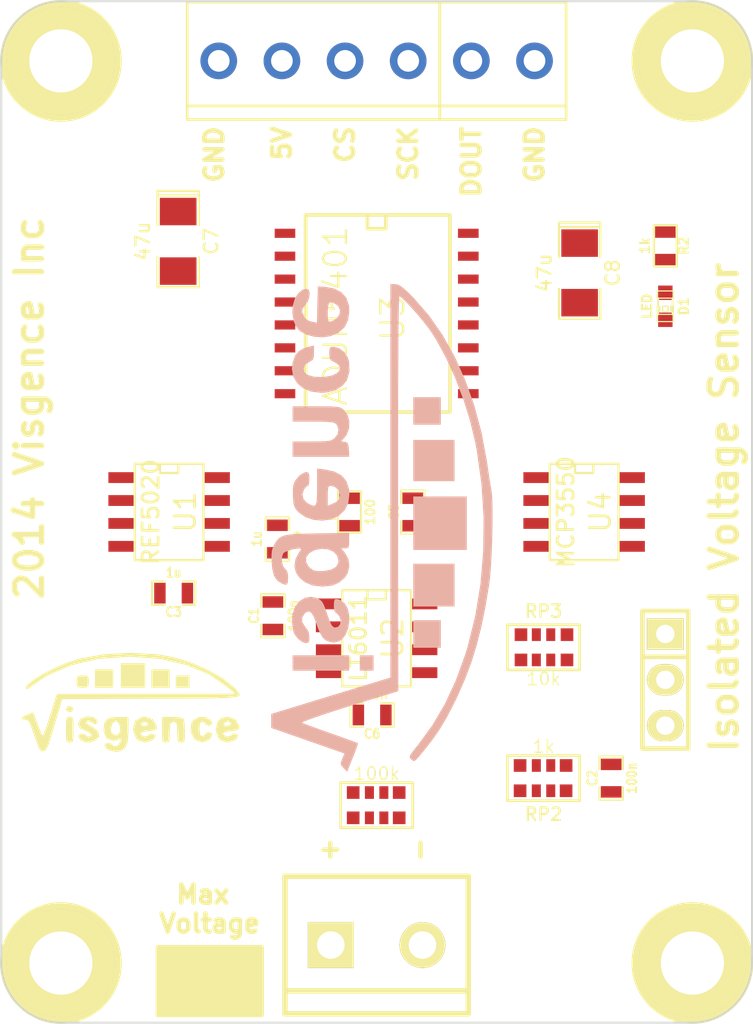
<source format=kicad_pcb>
(kicad_pcb (version 4) (host pcbnew "(2014-08-02 BZR 5044)-product")

  (general
    (links 57)
    (no_connects 57)
    (area 46.649999 46.649999 88.350001 103.350001)
    (thickness 1.6)
    (drawings 19)
    (tracks 0)
    (zones 0)
    (modules 28)
    (nets 41)
  )

  (page USLetter)
  (layers
    (0 F.Cu signal)
    (31 B.Cu signal)
    (32 B.Adhes user)
    (33 F.Adhes user)
    (34 B.Paste user)
    (35 F.Paste user)
    (36 B.SilkS user)
    (37 F.SilkS user)
    (38 B.Mask user)
    (39 F.Mask user)
    (40 Dwgs.User user)
    (41 Cmts.User user)
    (42 Eco1.User user)
    (43 Eco2.User user)
    (44 Edge.Cuts user)
    (45 Margin user)
    (46 B.CrtYd user)
    (47 F.CrtYd user)
    (48 B.Fab user)
    (49 F.Fab user)
  )

  (setup
    (last_trace_width 0.4572)
    (trace_clearance 0.254)
    (zone_clearance 0.508)
    (zone_45_only no)
    (trace_min 0.254)
    (segment_width 0.2)
    (edge_width 0.1)
    (via_size 0.889)
    (via_drill 0.635)
    (via_min_size 0.889)
    (via_min_drill 0.508)
    (uvia_size 0.508)
    (uvia_drill 0.127)
    (uvias_allowed no)
    (uvia_min_size 0.508)
    (uvia_min_drill 0.127)
    (pcb_text_width 0.3)
    (pcb_text_size 1.5 1.5)
    (mod_edge_width 0.15)
    (mod_text_size 1 1)
    (mod_text_width 0.15)
    (pad_size 1.5 1.5)
    (pad_drill 0.6)
    (pad_to_mask_clearance 0)
    (aux_axis_origin 0 0)
    (visible_elements 7FFFFF7F)
    (pcbplotparams
      (layerselection 0x00030_80000001)
      (usegerberextensions false)
      (excludeedgelayer true)
      (linewidth 0.100000)
      (plotframeref false)
      (viasonmask false)
      (mode 1)
      (useauxorigin false)
      (hpglpennumber 1)
      (hpglpenspeed 20)
      (hpglpendiameter 15)
      (hpglpenoverlay 2)
      (psnegative false)
      (psa4output false)
      (plotreference true)
      (plotvalue true)
      (plotinvisibletext false)
      (padsonsilk false)
      (subtractmaskfromsilk false)
      (outputformat 1)
      (mirror false)
      (drillshape 1)
      (scaleselection 1)
      (outputdirectory ""))
  )

  (net 0 "")
  (net 1 "Net-(C1-Pad1)")
  (net 2 "Net-(C1-Pad2)")
  (net 3 "Net-(C2-Pad1)")
  (net 4 /vhalf)
  (net 5 "Net-(C3-Pad1)")
  (net 6 GND)
  (net 7 /Vref)
  (net 8 /Vout)
  (net 9 "Net-(C6-Pad1)")
  (net 10 "Net-(D1-Pad1)")
  (net 11 "Net-(P1-Pad1)")
  (net 12 "Net-(P1-Pad2)")
  (net 13 VIN)
  (net 14 "Net-(P2-Pad3)")
  (net 15 GNDIN)
  (net 16 "Net-(P2-Pad4)")
  (net 17 "Net-(P3-Pad1)")
  (net 18 +5V)
  (net 19 "Net-(RP1-Pad2)")
  (net 20 "Net-(RP1-Pad4)")
  (net 21 "Net-(RP1-Pad5)")
  (net 22 "Net-(RP1-Pad7)")
  (net 23 "Net-(RP2-Pad2)")
  (net 24 "Net-(RP2-Pad4)")
  (net 25 "Net-(RP2-Pad5)")
  (net 26 "Net-(RP2-Pad7)")
  (net 27 "Net-(RP3-Pad3)")
  (net 28 "Net-(RP3-Pad4)")
  (net 29 "Net-(RP3-Pad5)")
  (net 30 "Net-(RP3-Pad6)")
  (net 31 "Net-(U1-Pad8)")
  (net 32 "Net-(U1-Pad1)")
  (net 33 "Net-(U1-Pad7)")
  (net 34 "Net-(U1-Pad3)")
  (net 35 "Net-(U3-Pad5)")
  (net 36 "Net-(U3-Pad7)")
  (net 37 DOUT)
  (net 38 "Net-(U3-Pad12)")
  (net 39 SCK)
  (net 40 CS)

  (net_class Default "This is the default net class."
    (clearance 0.254)
    (trace_width 0.4572)
    (via_dia 0.889)
    (via_drill 0.635)
    (uvia_dia 0.508)
    (uvia_drill 0.127)
    (add_net +5V)
    (add_net /Vout)
    (add_net /Vref)
    (add_net /vhalf)
    (add_net CS)
    (add_net DOUT)
    (add_net GND)
    (add_net GNDIN)
    (add_net "Net-(C1-Pad1)")
    (add_net "Net-(C1-Pad2)")
    (add_net "Net-(C2-Pad1)")
    (add_net "Net-(C3-Pad1)")
    (add_net "Net-(C6-Pad1)")
    (add_net "Net-(D1-Pad1)")
    (add_net "Net-(P1-Pad1)")
    (add_net "Net-(P1-Pad2)")
    (add_net "Net-(P2-Pad3)")
    (add_net "Net-(P2-Pad4)")
    (add_net "Net-(P3-Pad1)")
    (add_net "Net-(RP1-Pad2)")
    (add_net "Net-(RP1-Pad4)")
    (add_net "Net-(RP1-Pad5)")
    (add_net "Net-(RP1-Pad7)")
    (add_net "Net-(RP2-Pad2)")
    (add_net "Net-(RP2-Pad4)")
    (add_net "Net-(RP2-Pad5)")
    (add_net "Net-(RP2-Pad7)")
    (add_net "Net-(RP3-Pad3)")
    (add_net "Net-(RP3-Pad4)")
    (add_net "Net-(RP3-Pad5)")
    (add_net "Net-(RP3-Pad6)")
    (add_net "Net-(U1-Pad1)")
    (add_net "Net-(U1-Pad3)")
    (add_net "Net-(U1-Pad7)")
    (add_net "Net-(U1-Pad8)")
    (add_net "Net-(U3-Pad12)")
    (add_net "Net-(U3-Pad5)")
    (add_net "Net-(U3-Pad7)")
    (add_net SCK)
    (add_net VIN)
  )

  (module visgence_parts:SM0603_Capa_VIS (layer F.Cu) (tedit 52A163D0) (tstamp 53EC30AE)
    (at 61.75 80.75 90)
    (path /53EAE41B)
    (attr smd)
    (fp_text reference C1 (at 0 -1.0414 90) (layer F.SilkS)
      (effects (font (size 0.508 0.4572) (thickness 0.1143)))
    )
    (fp_text value 100n (at 0 1.143 90) (layer F.SilkS)
      (effects (font (size 0.508 0.4572) (thickness 0.1143)))
    )
    (fp_line (start 0.50038 0.65024) (end 1.19888 0.65024) (layer F.SilkS) (width 0.11938))
    (fp_line (start -0.50038 0.65024) (end -1.19888 0.65024) (layer F.SilkS) (width 0.11938))
    (fp_line (start 0.50038 -0.65024) (end 1.19888 -0.65024) (layer F.SilkS) (width 0.11938))
    (fp_line (start -1.19888 -0.65024) (end -0.50038 -0.65024) (layer F.SilkS) (width 0.11938))
    (fp_line (start 1.19888 -0.635) (end 1.19888 0.635) (layer F.SilkS) (width 0.11938))
    (fp_line (start -1.19888 0.635) (end -1.19888 -0.635) (layer F.SilkS) (width 0.11938))
    (pad 1 smd rect (at -0.762 0 90) (size 0.635 1.143) (layers F.Cu F.Paste F.Mask)
      (net 1 "Net-(C1-Pad1)"))
    (pad 2 smd rect (at 0.762 0 90) (size 0.635 1.143) (layers F.Cu F.Paste F.Mask)
      (net 2 "Net-(C1-Pad2)"))
    (model smd\capacitors\C0603.wrl
      (at (xyz 0 0 0.001000000047497451))
      (scale (xyz 0.5 0.5 0.5))
      (rotate (xyz 0 0 0))
    )
  )

  (module visgence_parts:SM0603_Capa_VIS (layer F.Cu) (tedit 52A163D0) (tstamp 53EC30BA)
    (at 80.5 89.75 90)
    (path /53EAE422)
    (attr smd)
    (fp_text reference C2 (at 0 -1.0414 90) (layer F.SilkS)
      (effects (font (size 0.508 0.4572) (thickness 0.1143)))
    )
    (fp_text value 100n (at 0 1.143 90) (layer F.SilkS)
      (effects (font (size 0.508 0.4572) (thickness 0.1143)))
    )
    (fp_line (start 0.50038 0.65024) (end 1.19888 0.65024) (layer F.SilkS) (width 0.11938))
    (fp_line (start -0.50038 0.65024) (end -1.19888 0.65024) (layer F.SilkS) (width 0.11938))
    (fp_line (start 0.50038 -0.65024) (end 1.19888 -0.65024) (layer F.SilkS) (width 0.11938))
    (fp_line (start -1.19888 -0.65024) (end -0.50038 -0.65024) (layer F.SilkS) (width 0.11938))
    (fp_line (start 1.19888 -0.635) (end 1.19888 0.635) (layer F.SilkS) (width 0.11938))
    (fp_line (start -1.19888 0.635) (end -1.19888 -0.635) (layer F.SilkS) (width 0.11938))
    (pad 1 smd rect (at -0.762 0 90) (size 0.635 1.143) (layers F.Cu F.Paste F.Mask)
      (net 3 "Net-(C2-Pad1)"))
    (pad 2 smd rect (at 0.762 0 90) (size 0.635 1.143) (layers F.Cu F.Paste F.Mask)
      (net 4 /vhalf))
    (model smd\capacitors\C0603.wrl
      (at (xyz 0 0 0.001000000047497451))
      (scale (xyz 0.5 0.5 0.5))
      (rotate (xyz 0 0 0))
    )
  )

  (module visgence_parts:SM0603_Capa_VIS (layer F.Cu) (tedit 52A163D0) (tstamp 53EC30C6)
    (at 56.25 79.5 180)
    (path /53EAE4B6)
    (attr smd)
    (fp_text reference C3 (at 0 -1.0414 180) (layer F.SilkS)
      (effects (font (size 0.508 0.4572) (thickness 0.1143)))
    )
    (fp_text value 1u (at 0 1.143 180) (layer F.SilkS)
      (effects (font (size 0.508 0.4572) (thickness 0.1143)))
    )
    (fp_line (start 0.50038 0.65024) (end 1.19888 0.65024) (layer F.SilkS) (width 0.11938))
    (fp_line (start -0.50038 0.65024) (end -1.19888 0.65024) (layer F.SilkS) (width 0.11938))
    (fp_line (start 0.50038 -0.65024) (end 1.19888 -0.65024) (layer F.SilkS) (width 0.11938))
    (fp_line (start -1.19888 -0.65024) (end -0.50038 -0.65024) (layer F.SilkS) (width 0.11938))
    (fp_line (start 1.19888 -0.635) (end 1.19888 0.635) (layer F.SilkS) (width 0.11938))
    (fp_line (start -1.19888 0.635) (end -1.19888 -0.635) (layer F.SilkS) (width 0.11938))
    (pad 1 smd rect (at -0.762 0 180) (size 0.635 1.143) (layers F.Cu F.Paste F.Mask)
      (net 5 "Net-(C3-Pad1)"))
    (pad 2 smd rect (at 0.762 0 180) (size 0.635 1.143) (layers F.Cu F.Paste F.Mask)
      (net 6 GND))
    (model smd\capacitors\C0603.wrl
      (at (xyz 0 0 0.001000000047497451))
      (scale (xyz 0.5 0.5 0.5))
      (rotate (xyz 0 0 0))
    )
  )

  (module visgence_parts:SM0603_Capa_VIS (layer F.Cu) (tedit 52A163D0) (tstamp 53EC30D2)
    (at 62 76.5 270)
    (path /53EAE3EF)
    (attr smd)
    (fp_text reference C4 (at 0 -1.0414 270) (layer F.SilkS)
      (effects (font (size 0.508 0.4572) (thickness 0.1143)))
    )
    (fp_text value 1u (at 0 1.143 270) (layer F.SilkS)
      (effects (font (size 0.508 0.4572) (thickness 0.1143)))
    )
    (fp_line (start 0.50038 0.65024) (end 1.19888 0.65024) (layer F.SilkS) (width 0.11938))
    (fp_line (start -0.50038 0.65024) (end -1.19888 0.65024) (layer F.SilkS) (width 0.11938))
    (fp_line (start 0.50038 -0.65024) (end 1.19888 -0.65024) (layer F.SilkS) (width 0.11938))
    (fp_line (start -1.19888 -0.65024) (end -0.50038 -0.65024) (layer F.SilkS) (width 0.11938))
    (fp_line (start 1.19888 -0.635) (end 1.19888 0.635) (layer F.SilkS) (width 0.11938))
    (fp_line (start -1.19888 0.635) (end -1.19888 -0.635) (layer F.SilkS) (width 0.11938))
    (pad 1 smd rect (at -0.762 0 270) (size 0.635 1.143) (layers F.Cu F.Paste F.Mask)
      (net 7 /Vref))
    (pad 2 smd rect (at 0.762 0 270) (size 0.635 1.143) (layers F.Cu F.Paste F.Mask)
      (net 6 GND))
    (model smd\capacitors\C0603.wrl
      (at (xyz 0 0 0.001000000047497451))
      (scale (xyz 0.5 0.5 0.5))
      (rotate (xyz 0 0 0))
    )
  )

  (module visgence_parts:SM0603_Capa_VIS (layer F.Cu) (tedit 52A163D0) (tstamp 53EC30DE)
    (at 69.5 75 90)
    (path /53EAE45D)
    (attr smd)
    (fp_text reference C5 (at 0 -1.0414 90) (layer F.SilkS)
      (effects (font (size 0.508 0.4572) (thickness 0.1143)))
    )
    (fp_text value 100n (at 0 1.143 90) (layer F.SilkS)
      (effects (font (size 0.508 0.4572) (thickness 0.1143)))
    )
    (fp_line (start 0.50038 0.65024) (end 1.19888 0.65024) (layer F.SilkS) (width 0.11938))
    (fp_line (start -0.50038 0.65024) (end -1.19888 0.65024) (layer F.SilkS) (width 0.11938))
    (fp_line (start 0.50038 -0.65024) (end 1.19888 -0.65024) (layer F.SilkS) (width 0.11938))
    (fp_line (start -1.19888 -0.65024) (end -0.50038 -0.65024) (layer F.SilkS) (width 0.11938))
    (fp_line (start 1.19888 -0.635) (end 1.19888 0.635) (layer F.SilkS) (width 0.11938))
    (fp_line (start -1.19888 0.635) (end -1.19888 -0.635) (layer F.SilkS) (width 0.11938))
    (pad 1 smd rect (at -0.762 0 90) (size 0.635 1.143) (layers F.Cu F.Paste F.Mask)
      (net 6 GND))
    (pad 2 smd rect (at 0.762 0 90) (size 0.635 1.143) (layers F.Cu F.Paste F.Mask)
      (net 8 /Vout))
    (model smd\capacitors\C0603.wrl
      (at (xyz 0 0 0.001000000047497451))
      (scale (xyz 0.5 0.5 0.5))
      (rotate (xyz 0 0 0))
    )
  )

  (module visgence_parts:SM0603_Capa_VIS (layer F.Cu) (tedit 52A163D0) (tstamp 53EC30EA)
    (at 67.25 86.25 180)
    (path /53EAE401)
    (attr smd)
    (fp_text reference C6 (at 0 -1.0414 180) (layer F.SilkS)
      (effects (font (size 0.508 0.4572) (thickness 0.1143)))
    )
    (fp_text value 100n (at 0 1.143 180) (layer F.SilkS)
      (effects (font (size 0.508 0.4572) (thickness 0.1143)))
    )
    (fp_line (start 0.50038 0.65024) (end 1.19888 0.65024) (layer F.SilkS) (width 0.11938))
    (fp_line (start -0.50038 0.65024) (end -1.19888 0.65024) (layer F.SilkS) (width 0.11938))
    (fp_line (start 0.50038 -0.65024) (end 1.19888 -0.65024) (layer F.SilkS) (width 0.11938))
    (fp_line (start -1.19888 -0.65024) (end -0.50038 -0.65024) (layer F.SilkS) (width 0.11938))
    (fp_line (start 1.19888 -0.635) (end 1.19888 0.635) (layer F.SilkS) (width 0.11938))
    (fp_line (start -1.19888 0.635) (end -1.19888 -0.635) (layer F.SilkS) (width 0.11938))
    (pad 1 smd rect (at -0.762 0 180) (size 0.635 1.143) (layers F.Cu F.Paste F.Mask)
      (net 9 "Net-(C6-Pad1)"))
    (pad 2 smd rect (at 0.762 0 180) (size 0.635 1.143) (layers F.Cu F.Paste F.Mask)
      (net 6 GND))
    (model smd\capacitors\C0603.wrl
      (at (xyz 0 0 0.001000000047497451))
      (scale (xyz 0.5 0.5 0.5))
      (rotate (xyz 0 0 0))
    )
  )

  (module LEDs:LED-0603 (layer F.Cu) (tedit 53EC2FE9) (tstamp 53EC3106)
    (at 83.5 63.6 270)
    (descr "LED 0603 smd package")
    (tags "LED led 0603 SMD smd SMT smt smdled SMDLED smtled SMTLED")
    (path /53EAE46F)
    (attr smd)
    (fp_text reference D1 (at 0 -1.016 270) (layer F.SilkS)
      (effects (font (size 0.508 0.508) (thickness 0.127)))
    )
    (fp_text value LED (at 0 1.016 270) (layer F.SilkS)
      (effects (font (size 0.508 0.508) (thickness 0.127)))
    )
    (fp_line (start 0.44958 -0.44958) (end 0.44958 0.44958) (layer F.SilkS) (width 0.06604))
    (fp_line (start 0.44958 0.44958) (end 0.84836 0.44958) (layer F.SilkS) (width 0.06604))
    (fp_line (start 0.84836 -0.44958) (end 0.84836 0.44958) (layer F.SilkS) (width 0.06604))
    (fp_line (start 0.44958 -0.44958) (end 0.84836 -0.44958) (layer F.SilkS) (width 0.06604))
    (fp_line (start -0.84836 -0.44958) (end -0.84836 0.44958) (layer F.SilkS) (width 0.06604))
    (fp_line (start -0.84836 0.44958) (end -0.44958 0.44958) (layer F.SilkS) (width 0.06604))
    (fp_line (start -0.44958 -0.44958) (end -0.44958 0.44958) (layer F.SilkS) (width 0.06604))
    (fp_line (start -0.84836 -0.44958) (end -0.44958 -0.44958) (layer F.SilkS) (width 0.06604))
    (fp_line (start 0 -0.44958) (end 0 -0.29972) (layer F.SilkS) (width 0.06604))
    (fp_line (start 0 -0.29972) (end 0.29972 -0.29972) (layer F.SilkS) (width 0.06604))
    (fp_line (start 0.29972 -0.44958) (end 0.29972 -0.29972) (layer F.SilkS) (width 0.06604))
    (fp_line (start 0 -0.44958) (end 0.29972 -0.44958) (layer F.SilkS) (width 0.06604))
    (fp_line (start 0 0.29972) (end 0 0.44958) (layer F.SilkS) (width 0.06604))
    (fp_line (start 0 0.44958) (end 0.29972 0.44958) (layer F.SilkS) (width 0.06604))
    (fp_line (start 0.29972 0.29972) (end 0.29972 0.44958) (layer F.SilkS) (width 0.06604))
    (fp_line (start 0 0.29972) (end 0.29972 0.29972) (layer F.SilkS) (width 0.06604))
    (fp_line (start 0 -0.14986) (end 0 0.14986) (layer F.SilkS) (width 0.06604))
    (fp_line (start 0 0.14986) (end 0.29972 0.14986) (layer F.SilkS) (width 0.06604))
    (fp_line (start 0.29972 -0.14986) (end 0.29972 0.14986) (layer F.SilkS) (width 0.06604))
    (fp_line (start 0 -0.14986) (end 0.29972 -0.14986) (layer F.SilkS) (width 0.06604))
    (fp_line (start 0.44958 -0.39878) (end -0.44958 -0.39878) (layer F.SilkS) (width 0.1016))
    (fp_line (start 0.44958 0.39878) (end -0.44958 0.39878) (layer F.SilkS) (width 0.1016))
    (pad 1 smd rect (at -0.7493 0 270) (size 0.79756 0.79756) (layers F.Cu F.Paste F.Mask)
      (net 10 "Net-(D1-Pad1)"))
    (pad 2 smd rect (at 0.7493 0 270) (size 0.79756 0.79756) (layers F.Cu F.Paste F.Mask)
      (net 6 GND))
  )

  (module Pin_Headers:Pin_Header_Straight_1x03 (layer F.Cu) (tedit 53EC4053) (tstamp 53EC3114)
    (at 83.5 84.3 270)
    (descr "1 pin")
    (tags "CONN DEV")
    (path /53EAE47F)
    (fp_text reference K1 (at 0 -2.286 270) (layer F.SilkS) hide
      (effects (font (size 1.27 1.27) (thickness 0.2032)))
    )
    (fp_text value REF (at 0 0 270) (layer F.SilkS) hide
      (effects (font (size 1.27 1.27) (thickness 0.2032)))
    )
    (fp_line (start -1.27 1.27) (end 3.81 1.27) (layer F.SilkS) (width 0.254))
    (fp_line (start 3.81 1.27) (end 3.81 -1.27) (layer F.SilkS) (width 0.254))
    (fp_line (start 3.81 -1.27) (end -1.27 -1.27) (layer F.SilkS) (width 0.254))
    (fp_line (start -3.81 -1.27) (end -1.27 -1.27) (layer F.SilkS) (width 0.254))
    (fp_line (start -1.27 -1.27) (end -1.27 1.27) (layer F.SilkS) (width 0.254))
    (fp_line (start -3.81 -1.27) (end -3.81 1.27) (layer F.SilkS) (width 0.254))
    (fp_line (start -3.81 1.27) (end -1.27 1.27) (layer F.SilkS) (width 0.254))
    (pad 1 thru_hole rect (at -2.54 0 270) (size 1.7272 2.032) (drill 1.016) (layers *.Cu *.Mask F.SilkS)
      (net 4 /vhalf))
    (pad 2 thru_hole oval (at 0 0 270) (size 1.7272 2.032) (drill 1.016) (layers *.Cu *.Mask F.SilkS)
      (net 7 /Vref))
    (pad 3 thru_hole oval (at 2.54 0 270) (size 1.7272 2.032) (drill 1.016) (layers *.Cu *.Mask F.SilkS)
      (net 6 GND))
    (model Pin_Headers/Pin_Header_Straight_1x03.wrl
      (at (xyz 0 0 0))
      (scale (xyz 1 1 1))
      (rotate (xyz 0 0 0))
    )
  )

  (module Connect:bornier2 (layer F.Cu) (tedit 53EC3DF0) (tstamp 53EC311F)
    (at 67.5 99)
    (descr "Bornier d'alimentation 2 pins")
    (tags DEV)
    (path /53EAE467)
    (fp_text reference P1 (at 0 -5.08) (layer F.SilkS) hide
      (effects (font (thickness 0.3048)))
    )
    (fp_text value Input (at 0 5.08) (layer F.SilkS) hide
      (effects (font (thickness 0.3048)))
    )
    (fp_line (start 5.08 2.54) (end -5.08 2.54) (layer F.SilkS) (width 0.3048))
    (fp_line (start 5.08 3.81) (end 5.08 -3.81) (layer F.SilkS) (width 0.3048))
    (fp_line (start 5.08 -3.81) (end -5.08 -3.81) (layer F.SilkS) (width 0.3048))
    (fp_line (start -5.08 -3.81) (end -5.08 3.81) (layer F.SilkS) (width 0.3048))
    (fp_line (start -5.08 3.81) (end 5.08 3.81) (layer F.SilkS) (width 0.3048))
    (pad 1 thru_hole rect (at -2.54 0) (size 2.54 2.54) (drill 1.524) (layers *.Cu *.Mask F.SilkS)
      (net 11 "Net-(P1-Pad1)"))
    (pad 2 thru_hole circle (at 2.54 0) (size 2.54 2.54) (drill 1.524) (layers *.Cu *.Mask F.SilkS)
      (net 12 "Net-(P1-Pad2)"))
    (model Device/bornier_2.wrl
      (at (xyz 0 0 0))
      (scale (xyz 1 1 1))
      (rotate (xyz 0 0 0))
    )
  )

  (module visgence_parts:Term3.5-4 (layer F.Cu) (tedit 53EC3B92) (tstamp 53EC312C)
    (at 64 50)
    (path /53EB535F)
    (fp_text reference P2 (at 0 -4) (layer F.SilkS) hide
      (effects (font (size 1.016 1.016) (thickness 0.127)))
    )
    (fp_text value CONN_4 (at 0 4.24942) (layer F.SilkS) hide
      (effects (font (size 1.016 1.016) (thickness 0.127)))
    )
    (fp_line (start -7 2.5) (end 7 2.5) (layer F.SilkS) (width 0.15))
    (fp_line (start 7 3.25) (end -7 3.25) (layer F.SilkS) (width 0.15))
    (fp_line (start -7 -3.25) (end 7 -3.25) (layer F.SilkS) (width 0.15))
    (fp_line (start 7 -3.25) (end 7 3.25) (layer F.SilkS) (width 0.15))
    (fp_line (start -7 3.25) (end -7 -3.25) (layer F.SilkS) (width 0.15))
    (pad 2 thru_hole circle (at -1.75006 0) (size 2.032 2.032) (drill 1.2) (layers *.Cu *.Mask)
      (net 13 VIN))
    (pad 3 thru_hole circle (at 1.75006 0) (size 2.032 2.032) (drill 1.2) (layers *.Cu *.Mask)
      (net 14 "Net-(P2-Pad3)"))
    (pad 1 thru_hole circle (at -5.25 0) (size 2.032 2.032) (drill 1.2) (layers *.Cu *.Mask)
      (net 15 GNDIN))
    (pad 4 thru_hole circle (at 5.25 0) (size 2.032 2.032) (drill 1.2) (layers *.Cu *.Mask)
      (net 16 "Net-(P2-Pad4)"))
  )

  (module visgence_parts:Term3.5-2 (layer F.Cu) (tedit 53EC3B95) (tstamp 53EC3137)
    (at 74.5 50)
    (path /53EB5B16)
    (fp_text reference P3 (at 0 -4) (layer F.SilkS) hide
      (effects (font (size 1.016 1.016) (thickness 0.127)))
    )
    (fp_text value CONN_2 (at 0 4.24942) (layer F.SilkS) hide
      (effects (font (size 1.016 1.016) (thickness 0.127)))
    )
    (fp_line (start -3.5 2.5) (end 3.5 2.5) (layer F.SilkS) (width 0.15))
    (fp_line (start 3.5 3.25) (end -3.5 3.25) (layer F.SilkS) (width 0.15))
    (fp_line (start -3.5 -3.25) (end 3.5 -3.25) (layer F.SilkS) (width 0.15))
    (fp_line (start 3.5 -3.25) (end 3.5 3.25) (layer F.SilkS) (width 0.15))
    (fp_line (start -3.5 3.25) (end -3.5 -3.25) (layer F.SilkS) (width 0.15))
    (pad 1 thru_hole circle (at -1.75006 0) (size 2.032 2.032) (drill 1.2) (layers *.Cu *.Mask)
      (net 17 "Net-(P3-Pad1)"))
    (pad 2 thru_hole circle (at 1.75006 0) (size 2.032 2.032) (drill 1.2) (layers *.Cu *.Mask)
      (net 15 GNDIN))
  )

  (module visgence_parts:SM0603_VIS (layer F.Cu) (tedit 52A161E2) (tstamp 53EC3141)
    (at 66 75 90)
    (path /53EAE456)
    (attr smd)
    (fp_text reference R1 (at 0 -1.016 90) (layer F.SilkS)
      (effects (font (size 0.508 0.508) (thickness 0.1143)))
    )
    (fp_text value 100 (at 0 1.143 90) (layer F.SilkS)
      (effects (font (size 0.508 0.508) (thickness 0.1143)))
    )
    (fp_line (start -1.143 -0.635) (end 1.143 -0.635) (layer F.SilkS) (width 0.127))
    (fp_line (start 1.143 -0.635) (end 1.143 0.635) (layer F.SilkS) (width 0.127))
    (fp_line (start 1.143 0.635) (end -1.143 0.635) (layer F.SilkS) (width 0.127))
    (fp_line (start -1.143 0.635) (end -1.143 -0.635) (layer F.SilkS) (width 0.127))
    (pad 1 smd rect (at -0.762 0 90) (size 0.635 1.143) (layers F.Cu F.Paste F.Mask)
      (net 2 "Net-(C1-Pad2)"))
    (pad 2 smd rect (at 0.762 0 90) (size 0.635 1.143) (layers F.Cu F.Paste F.Mask)
      (net 8 /Vout))
    (model smd\resistors\R0603.wrl
      (at (xyz 0 0 0.001000000047497451))
      (scale (xyz 0.5 0.5 0.5))
      (rotate (xyz 0 0 0))
    )
  )

  (module visgence_parts:SM0603_VIS (layer F.Cu) (tedit 52A161E2) (tstamp 53EC314B)
    (at 83.5 60.25 270)
    (path /53EAE477)
    (attr smd)
    (fp_text reference R2 (at 0 -1.016 270) (layer F.SilkS)
      (effects (font (size 0.508 0.508) (thickness 0.1143)))
    )
    (fp_text value 1k (at 0 1.143 270) (layer F.SilkS)
      (effects (font (size 0.508 0.508) (thickness 0.1143)))
    )
    (fp_line (start -1.143 -0.635) (end 1.143 -0.635) (layer F.SilkS) (width 0.127))
    (fp_line (start 1.143 -0.635) (end 1.143 0.635) (layer F.SilkS) (width 0.127))
    (fp_line (start 1.143 0.635) (end -1.143 0.635) (layer F.SilkS) (width 0.127))
    (fp_line (start -1.143 0.635) (end -1.143 -0.635) (layer F.SilkS) (width 0.127))
    (pad 1 smd rect (at -0.762 0 270) (size 0.635 1.143) (layers F.Cu F.Paste F.Mask)
      (net 18 +5V))
    (pad 2 smd rect (at 0.762 0 270) (size 0.635 1.143) (layers F.Cu F.Paste F.Mask)
      (net 10 "Net-(D1-Pad1)"))
    (model smd\resistors\R0603.wrl
      (at (xyz 0 0 0.001000000047497451))
      (scale (xyz 0.5 0.5 0.5))
      (rotate (xyz 0 0 0))
    )
  )

  (module visgence_parts:RESARRAY-0612 (layer F.Cu) (tedit 53EC3B85) (tstamp 53EC315B)
    (at 67.5 91.25)
    (path /53EAE409)
    (fp_text reference RP1 (at 0 2) (layer F.SilkS) hide
      (effects (font (size 0.7 0.7) (thickness 0.125)))
    )
    (fp_text value 100k (at 0 -1.75) (layer F.SilkS)
      (effects (font (size 0.7 0.7) (thickness 0.08)))
    )
    (fp_line (start -2 -1.25) (end 2 -1.25) (layer F.SilkS) (width 0.15))
    (fp_line (start 2 -1.25) (end 2 1.25) (layer F.SilkS) (width 0.15))
    (fp_line (start 2 1.25) (end -2 1.25) (layer F.SilkS) (width 0.15))
    (fp_line (start -2 1.25) (end -2 -1.25) (layer F.SilkS) (width 0.15))
    (pad 1 smd rect (at -1.3 0.7) (size 0.7 0.7) (layers F.Cu F.Paste F.Mask)
      (net 11 "Net-(P1-Pad1)"))
    (pad 2 smd rect (at -0.4 0.7) (size 0.5 0.7) (layers F.Cu F.Paste F.Mask)
      (net 19 "Net-(RP1-Pad2)"))
    (pad 3 smd rect (at 0.4 0.7) (size 0.5 0.7) (layers F.Cu F.Paste F.Mask)
      (net 12 "Net-(P1-Pad2)"))
    (pad 4 smd rect (at 1.25 0.7) (size 0.7 0.7) (layers F.Cu F.Paste F.Mask)
      (net 20 "Net-(RP1-Pad4)"))
    (pad 5 smd rect (at 1.25 -0.7) (size 0.7 0.7) (layers F.Cu F.Paste F.Mask)
      (net 21 "Net-(RP1-Pad5)"))
    (pad 6 smd rect (at 0.4 -0.7) (size 0.5 0.7) (layers F.Cu F.Paste F.Mask)
      (net 1 "Net-(C1-Pad1)"))
    (pad 7 smd rect (at -0.4 -0.7) (size 0.5 0.7) (layers F.Cu F.Paste F.Mask)
      (net 22 "Net-(RP1-Pad7)"))
    (pad 8 smd rect (at -1.3 -0.7) (size 0.7 0.7) (layers F.Cu F.Paste F.Mask)
      (net 3 "Net-(C2-Pad1)"))
  )

  (module visgence_parts:RESARRAY-0612 (layer F.Cu) (tedit 52CA3D37) (tstamp 53EC316B)
    (at 76.75 89.75)
    (path /53EAE410)
    (fp_text reference RP2 (at 0 2) (layer F.SilkS)
      (effects (font (size 0.7 0.7) (thickness 0.125)))
    )
    (fp_text value 1k (at 0 -1.75) (layer F.SilkS)
      (effects (font (size 0.7 0.7) (thickness 0.08)))
    )
    (fp_line (start -2 -1.25) (end 2 -1.25) (layer F.SilkS) (width 0.15))
    (fp_line (start 2 -1.25) (end 2 1.25) (layer F.SilkS) (width 0.15))
    (fp_line (start 2 1.25) (end -2 1.25) (layer F.SilkS) (width 0.15))
    (fp_line (start -2 1.25) (end -2 -1.25) (layer F.SilkS) (width 0.15))
    (pad 1 smd rect (at -1.3 0.7) (size 0.7 0.7) (layers F.Cu F.Paste F.Mask)
      (net 1 "Net-(C1-Pad1)"))
    (pad 2 smd rect (at -0.4 0.7) (size 0.5 0.7) (layers F.Cu F.Paste F.Mask)
      (net 23 "Net-(RP2-Pad2)"))
    (pad 3 smd rect (at 0.4 0.7) (size 0.5 0.7) (layers F.Cu F.Paste F.Mask)
      (net 3 "Net-(C2-Pad1)"))
    (pad 4 smd rect (at 1.25 0.7) (size 0.7 0.7) (layers F.Cu F.Paste F.Mask)
      (net 24 "Net-(RP2-Pad4)"))
    (pad 5 smd rect (at 1.25 -0.7) (size 0.7 0.7) (layers F.Cu F.Paste F.Mask)
      (net 25 "Net-(RP2-Pad5)"))
    (pad 6 smd rect (at 0.4 -0.7) (size 0.5 0.7) (layers F.Cu F.Paste F.Mask)
      (net 4 /vhalf))
    (pad 7 smd rect (at -0.4 -0.7) (size 0.5 0.7) (layers F.Cu F.Paste F.Mask)
      (net 26 "Net-(RP2-Pad7)"))
    (pad 8 smd rect (at -1.3 -0.7) (size 0.7 0.7) (layers F.Cu F.Paste F.Mask)
      (net 2 "Net-(C1-Pad2)"))
  )

  (module visgence_parts:RESARRAY-0612 (layer F.Cu) (tedit 52CA3D37) (tstamp 53EC317B)
    (at 76.75 82.5 180)
    (path /53EAE3FA)
    (fp_text reference RP3 (at 0 2 180) (layer F.SilkS)
      (effects (font (size 0.7 0.7) (thickness 0.125)))
    )
    (fp_text value 10k (at 0 -1.75 180) (layer F.SilkS)
      (effects (font (size 0.7 0.7) (thickness 0.08)))
    )
    (fp_line (start -2 -1.25) (end 2 -1.25) (layer F.SilkS) (width 0.15))
    (fp_line (start 2 -1.25) (end 2 1.25) (layer F.SilkS) (width 0.15))
    (fp_line (start 2 1.25) (end -2 1.25) (layer F.SilkS) (width 0.15))
    (fp_line (start -2 1.25) (end -2 -1.25) (layer F.SilkS) (width 0.15))
    (pad 1 smd rect (at -1.3 0.7 180) (size 0.7 0.7) (layers F.Cu F.Paste F.Mask)
      (net 18 +5V))
    (pad 2 smd rect (at -0.4 0.7 180) (size 0.5 0.7) (layers F.Cu F.Paste F.Mask)
      (net 6 GND))
    (pad 3 smd rect (at 0.4 0.7 180) (size 0.5 0.7) (layers F.Cu F.Paste F.Mask)
      (net 27 "Net-(RP3-Pad3)"))
    (pad 4 smd rect (at 1.25 0.7 180) (size 0.7 0.7) (layers F.Cu F.Paste F.Mask)
      (net 28 "Net-(RP3-Pad4)"))
    (pad 5 smd rect (at 1.25 -0.7 180) (size 0.7 0.7) (layers F.Cu F.Paste F.Mask)
      (net 29 "Net-(RP3-Pad5)"))
    (pad 6 smd rect (at 0.4 -0.7 180) (size 0.5 0.7) (layers F.Cu F.Paste F.Mask)
      (net 30 "Net-(RP3-Pad6)"))
    (pad 7 smd rect (at -0.4 -0.7 180) (size 0.5 0.7) (layers F.Cu F.Paste F.Mask)
      (net 9 "Net-(C6-Pad1)"))
    (pad 8 smd rect (at -1.3 -0.7 180) (size 0.7 0.7) (layers F.Cu F.Paste F.Mask)
      (net 9 "Net-(C6-Pad1)"))
  )

  (module SMD_Packages:SOIC-8-W (layer F.Cu) (tedit 53EC2FE7) (tstamp 53EC318F)
    (at 56 75 270)
    (descr "module SMD SOIC SOJ 8 pins etroit")
    (tags "CMS SOJ")
    (path /53EAE4A1)
    (attr smd)
    (fp_text reference U1 (at 0 -0.889 270) (layer F.SilkS)
      (effects (font (size 1.143 1.143) (thickness 0.1524)))
    )
    (fp_text value REF5020 (at 0 1.016 270) (layer F.SilkS)
      (effects (font (size 0.889 0.889) (thickness 0.1524)))
    )
    (fp_line (start -2.667 1.778) (end -2.667 1.905) (layer F.SilkS) (width 0.127))
    (fp_line (start -2.667 1.905) (end 2.667 1.905) (layer F.SilkS) (width 0.127))
    (fp_line (start 2.667 -1.905) (end -2.667 -1.905) (layer F.SilkS) (width 0.127))
    (fp_line (start -2.667 -1.905) (end -2.667 1.778) (layer F.SilkS) (width 0.127))
    (fp_line (start -2.667 -0.508) (end -2.159 -0.508) (layer F.SilkS) (width 0.127))
    (fp_line (start -2.159 -0.508) (end -2.159 0.508) (layer F.SilkS) (width 0.127))
    (fp_line (start -2.159 0.508) (end -2.667 0.508) (layer F.SilkS) (width 0.127))
    (fp_line (start 2.667 -1.905) (end 2.667 1.905) (layer F.SilkS) (width 0.127))
    (pad 8 smd rect (at -1.905 -2.667 270) (size 0.59944 1.39954) (layers F.Cu F.Paste F.Mask)
      (net 31 "Net-(U1-Pad8)"))
    (pad 1 smd rect (at -1.905 2.667 270) (size 0.59944 1.39954) (layers F.Cu F.Paste F.Mask)
      (net 32 "Net-(U1-Pad1)"))
    (pad 7 smd rect (at -0.635 -2.667 270) (size 0.59944 1.39954) (layers F.Cu F.Paste F.Mask)
      (net 33 "Net-(U1-Pad7)"))
    (pad 6 smd rect (at 0.635 -2.667 270) (size 0.59944 1.39954) (layers F.Cu F.Paste F.Mask)
      (net 7 /Vref))
    (pad 5 smd rect (at 1.905 -2.667 270) (size 0.59944 1.39954) (layers F.Cu F.Paste F.Mask)
      (net 5 "Net-(C3-Pad1)"))
    (pad 2 smd rect (at -0.635 2.667 270) (size 0.59944 1.39954) (layers F.Cu F.Paste F.Mask)
      (net 18 +5V))
    (pad 3 smd rect (at 0.635 2.667 270) (size 0.59944 1.39954) (layers F.Cu F.Paste F.Mask)
      (net 34 "Net-(U1-Pad3)"))
    (pad 4 smd rect (at 1.905 2.667 270) (size 0.59944 1.39954) (layers F.Cu F.Paste F.Mask)
      (net 6 GND))
    (model smd/cms_so8.wrl
      (at (xyz 0 0 0))
      (scale (xyz 0.5 0.3199999928474426 0.5))
      (rotate (xyz 0 0 0))
    )
  )

  (module SMD_Packages:SOIC-8-W (layer F.Cu) (tedit 53EC2FE7) (tstamp 53EC31A3)
    (at 67.5 82 270)
    (descr "module SMD SOIC SOJ 8 pins etroit")
    (tags "CMS SOJ")
    (path /53EAE497)
    (attr smd)
    (fp_text reference U2 (at 0 -0.889 270) (layer F.SilkS)
      (effects (font (size 1.143 1.143) (thickness 0.1524)))
    )
    (fp_text value LT6011 (at 0 1.016 270) (layer F.SilkS)
      (effects (font (size 0.889 0.889) (thickness 0.1524)))
    )
    (fp_line (start -2.667 1.778) (end -2.667 1.905) (layer F.SilkS) (width 0.127))
    (fp_line (start -2.667 1.905) (end 2.667 1.905) (layer F.SilkS) (width 0.127))
    (fp_line (start 2.667 -1.905) (end -2.667 -1.905) (layer F.SilkS) (width 0.127))
    (fp_line (start -2.667 -1.905) (end -2.667 1.778) (layer F.SilkS) (width 0.127))
    (fp_line (start -2.667 -0.508) (end -2.159 -0.508) (layer F.SilkS) (width 0.127))
    (fp_line (start -2.159 -0.508) (end -2.159 0.508) (layer F.SilkS) (width 0.127))
    (fp_line (start -2.159 0.508) (end -2.667 0.508) (layer F.SilkS) (width 0.127))
    (fp_line (start 2.667 -1.905) (end 2.667 1.905) (layer F.SilkS) (width 0.127))
    (pad 8 smd rect (at -1.905 -2.667 270) (size 0.59944 1.39954) (layers F.Cu F.Paste F.Mask)
      (net 18 +5V))
    (pad 1 smd rect (at -1.905 2.667 270) (size 0.59944 1.39954) (layers F.Cu F.Paste F.Mask)
      (net 2 "Net-(C1-Pad2)"))
    (pad 7 smd rect (at -0.635 -2.667 270) (size 0.59944 1.39954) (layers F.Cu F.Paste F.Mask)
      (net 4 /vhalf))
    (pad 6 smd rect (at 0.635 -2.667 270) (size 0.59944 1.39954) (layers F.Cu F.Paste F.Mask)
      (net 4 /vhalf))
    (pad 5 smd rect (at 1.905 -2.667 270) (size 0.59944 1.39954) (layers F.Cu F.Paste F.Mask)
      (net 9 "Net-(C6-Pad1)"))
    (pad 2 smd rect (at -0.635 2.667 270) (size 0.59944 1.39954) (layers F.Cu F.Paste F.Mask)
      (net 1 "Net-(C1-Pad1)"))
    (pad 3 smd rect (at 0.635 2.667 270) (size 0.59944 1.39954) (layers F.Cu F.Paste F.Mask)
      (net 3 "Net-(C2-Pad1)"))
    (pad 4 smd rect (at 1.905 2.667 270) (size 0.59944 1.39954) (layers F.Cu F.Paste F.Mask)
      (net 6 GND))
    (model smd/cms_so8.wrl
      (at (xyz 0 0 0))
      (scale (xyz 0.5 0.3199999928474426 0.5))
      (rotate (xyz 0 0 0))
    )
  )

  (module SMD_Packages:SO-16-W (layer F.Cu) (tedit 53EC2FE7) (tstamp 53EC31BE)
    (at 67.5 64 270)
    (descr "Module CMS SOJ 16 pins tres large")
    (tags "CMS SOJ")
    (path /53EB2E95)
    (attr smd)
    (fp_text reference U3 (at 0.254 -0.889 270) (layer F.SilkS)
      (effects (font (size 1.27 1.27) (thickness 0.127)))
    )
    (fp_text value ADUM5401 (at 0.127 2.286 270) (layer F.SilkS)
      (effects (font (size 1.27 1.27) (thickness 0.127)))
    )
    (fp_line (start -5.461 3.937) (end -5.461 -4.064) (layer F.SilkS) (width 0.2032))
    (fp_line (start 5.461 -4.064) (end 5.461 3.937) (layer F.SilkS) (width 0.2032))
    (fp_line (start -5.461 -4.064) (end 5.461 -4.064) (layer F.SilkS) (width 0.2032))
    (fp_line (start 5.461 3.937) (end -5.461 3.937) (layer F.SilkS) (width 0.2032))
    (fp_line (start -5.461 -0.508) (end -4.699 -0.508) (layer F.SilkS) (width 0.2032))
    (fp_line (start -4.699 -0.508) (end -4.699 0.508) (layer F.SilkS) (width 0.2032))
    (fp_line (start -4.699 0.508) (end -5.461 0.508) (layer F.SilkS) (width 0.2032))
    (pad 1 smd rect (at -4.445 5.08 270) (size 0.508 1.143) (layers F.Cu F.Paste F.Mask)
      (net 13 VIN))
    (pad 2 smd rect (at -3.175 5.08 270) (size 0.508 1.143) (layers F.Cu F.Paste F.Mask)
      (net 15 GNDIN))
    (pad 3 smd rect (at -1.905 5.08 270) (size 0.508 1.143) (layers F.Cu F.Paste F.Mask)
      (net 14 "Net-(P2-Pad3)"))
    (pad 4 smd rect (at -0.635 5.08 270) (size 0.508 1.143) (layers F.Cu F.Paste F.Mask)
      (net 16 "Net-(P2-Pad4)"))
    (pad 5 smd rect (at 0.635 5.08 270) (size 0.508 1.143) (layers F.Cu F.Paste F.Mask)
      (net 35 "Net-(U3-Pad5)"))
    (pad 6 smd rect (at 1.905 5.08 270) (size 0.508 1.143) (layers F.Cu F.Paste F.Mask)
      (net 17 "Net-(P3-Pad1)"))
    (pad 7 smd rect (at 3.175 5.08 270) (size 0.508 1.143) (layers F.Cu F.Paste F.Mask)
      (net 36 "Net-(U3-Pad7)"))
    (pad 8 smd rect (at 4.445 5.08 270) (size 0.508 1.143) (layers F.Cu F.Paste F.Mask)
      (net 15 GNDIN))
    (pad 9 smd rect (at 4.445 -5.08 270) (size 0.508 1.143) (layers F.Cu F.Paste F.Mask)
      (net 6 GND))
    (pad 10 smd rect (at 3.175 -5.08 270) (size 0.508 1.143) (layers F.Cu F.Paste F.Mask)
      (net 18 +5V))
    (pad 11 smd rect (at 1.905 -5.08 270) (size 0.508 1.143) (layers F.Cu F.Paste F.Mask)
      (net 37 DOUT))
    (pad 12 smd rect (at 0.635 -5.08 270) (size 0.508 1.143) (layers F.Cu F.Paste F.Mask)
      (net 38 "Net-(U3-Pad12)"))
    (pad 13 smd rect (at -0.635 -5.08 270) (size 0.508 1.143) (layers F.Cu F.Paste F.Mask)
      (net 39 SCK))
    (pad 14 smd rect (at -1.905 -5.08 270) (size 0.508 1.143) (layers F.Cu F.Paste F.Mask)
      (net 40 CS))
    (pad 15 smd rect (at -3.175 -5.08 270) (size 0.508 1.143) (layers F.Cu F.Paste F.Mask)
      (net 6 GND))
    (pad 16 smd rect (at -4.445 -5.08 270) (size 0.508 1.143) (layers F.Cu F.Paste F.Mask)
      (net 18 +5V))
    (model smd/cms_so16.wrl
      (at (xyz 0 0 0))
      (scale (xyz 0.5 0.6000000238418579 0.5))
      (rotate (xyz 0 0 0))
    )
  )

  (module SMD_Packages:SOIC-8-W (layer F.Cu) (tedit 53EC2FE7) (tstamp 53EC31D2)
    (at 79 75 270)
    (descr "module SMD SOIC SOJ 8 pins etroit")
    (tags "CMS SOJ")
    (path /53EAE4AF)
    (attr smd)
    (fp_text reference U4 (at 0 -0.889 270) (layer F.SilkS)
      (effects (font (size 1.143 1.143) (thickness 0.1524)))
    )
    (fp_text value MCP3550 (at 0 1.016 270) (layer F.SilkS)
      (effects (font (size 0.889 0.889) (thickness 0.1524)))
    )
    (fp_line (start -2.667 1.778) (end -2.667 1.905) (layer F.SilkS) (width 0.127))
    (fp_line (start -2.667 1.905) (end 2.667 1.905) (layer F.SilkS) (width 0.127))
    (fp_line (start 2.667 -1.905) (end -2.667 -1.905) (layer F.SilkS) (width 0.127))
    (fp_line (start -2.667 -1.905) (end -2.667 1.778) (layer F.SilkS) (width 0.127))
    (fp_line (start -2.667 -0.508) (end -2.159 -0.508) (layer F.SilkS) (width 0.127))
    (fp_line (start -2.159 -0.508) (end -2.159 0.508) (layer F.SilkS) (width 0.127))
    (fp_line (start -2.159 0.508) (end -2.667 0.508) (layer F.SilkS) (width 0.127))
    (fp_line (start 2.667 -1.905) (end 2.667 1.905) (layer F.SilkS) (width 0.127))
    (pad 8 smd rect (at -1.905 -2.667 270) (size 0.59944 1.39954) (layers F.Cu F.Paste F.Mask)
      (net 18 +5V))
    (pad 1 smd rect (at -1.905 2.667 270) (size 0.59944 1.39954) (layers F.Cu F.Paste F.Mask)
      (net 7 /Vref))
    (pad 7 smd rect (at -0.635 -2.667 270) (size 0.59944 1.39954) (layers F.Cu F.Paste F.Mask)
      (net 40 CS))
    (pad 6 smd rect (at 0.635 -2.667 270) (size 0.59944 1.39954) (layers F.Cu F.Paste F.Mask)
      (net 37 DOUT))
    (pad 5 smd rect (at 1.905 -2.667 270) (size 0.59944 1.39954) (layers F.Cu F.Paste F.Mask)
      (net 39 SCK))
    (pad 2 smd rect (at -0.635 2.667 270) (size 0.59944 1.39954) (layers F.Cu F.Paste F.Mask)
      (net 8 /Vout))
    (pad 3 smd rect (at 0.635 2.667 270) (size 0.59944 1.39954) (layers F.Cu F.Paste F.Mask)
      (net 4 /vhalf))
    (pad 4 smd rect (at 1.905 2.667 270) (size 0.59944 1.39954) (layers F.Cu F.Paste F.Mask)
      (net 6 GND))
    (model smd/cms_so8.wrl
      (at (xyz 0 0 0))
      (scale (xyz 0.5 0.3199999928474426 0.5))
      (rotate (xyz 0 0 0))
    )
  )

  (module visgence_parts:1pin_C (layer F.Cu) (tedit 53EC3BD7) (tstamp 53EC35CE)
    (at 50 50)
    (descr "module 1 pin (ou trou mecanique de percage)")
    (tags DEV)
    (path 1pin)
    (fp_text reference h1 (at 0 -3.048) (layer F.SilkS) hide
      (effects (font (size 1.016 1.016) (thickness 0.254)))
    )
    (fp_text value pin (at 0 2.794) (layer F.SilkS) hide
      (effects (font (size 1.016 1.016) (thickness 0.254)))
    )
    (fp_circle (center 0 0) (end 3.175 0.2286) (layer F.SilkS) (width 0.381))
    (pad 1 thru_hole circle (at 0 0) (size 6 6) (drill 3.5) (layers *.Cu *.Mask F.SilkS))
  )

  (module visgence_parts:1pin_C (layer F.Cu) (tedit 53EC3E04) (tstamp 53EC35D9)
    (at 85 50)
    (descr "module 1 pin (ou trou mecanique de percage)")
    (tags DEV)
    (path 1pin)
    (fp_text reference h2 (at 0 -3.048) (layer F.SilkS) hide
      (effects (font (size 1.016 1.016) (thickness 0.254)))
    )
    (fp_text value pin (at 0 2.794) (layer F.SilkS) hide
      (effects (font (size 1.016 1.016) (thickness 0.254)))
    )
    (fp_circle (center 0 0) (end 3.175 0.2286) (layer F.SilkS) (width 0.381))
    (pad 1 thru_hole circle (at 0 0) (size 6 6) (drill 3.5) (layers *.Cu *.Mask F.SilkS))
  )

  (module visgence_parts:1pin_C (layer F.Cu) (tedit 53EC3E0C) (tstamp 53EC35E4)
    (at 50 100)
    (descr "module 1 pin (ou trou mecanique de percage)")
    (tags DEV)
    (path 1pin)
    (fp_text reference h3 (at 0 -3.048) (layer F.SilkS) hide
      (effects (font (size 1.016 1.016) (thickness 0.254)))
    )
    (fp_text value pin (at 0 2.794) (layer F.SilkS) hide
      (effects (font (size 1.016 1.016) (thickness 0.254)))
    )
    (fp_circle (center 0 0) (end 3.175 0.2286) (layer F.SilkS) (width 0.381))
    (pad 1 thru_hole circle (at 0 0) (size 6 6) (drill 3.5) (layers *.Cu *.Mask F.SilkS))
  )

  (module visgence_parts:1pin_C (layer F.Cu) (tedit 53EC3E12) (tstamp 53EC35EF)
    (at 85 100)
    (descr "module 1 pin (ou trou mecanique de percage)")
    (tags DEV)
    (path 1pin)
    (fp_text reference h4 (at 0 -3.048) (layer F.SilkS) hide
      (effects (font (size 1.016 1.016) (thickness 0.254)))
    )
    (fp_text value pin (at 0 2.794) (layer F.SilkS) hide
      (effects (font (size 1.016 1.016) (thickness 0.254)))
    )
    (fp_circle (center 0 0) (end 3.175 0.2286) (layer F.SilkS) (width 0.381))
    (pad 1 thru_hole circle (at 0 0) (size 6 6) (drill 3.5) (layers *.Cu *.Mask F.SilkS))
  )

  (module visgence_parts:SM1206POL_VIS (layer F.Cu) (tedit 52A1632F) (tstamp 53EC3C70)
    (at 56.5 60 270)
    (path /53EC4E8F)
    (attr smd)
    (fp_text reference C7 (at 0 -1.8288 270) (layer F.SilkS)
      (effects (font (size 0.762 0.762) (thickness 0.127)))
    )
    (fp_text value 47u (at 0 1.9558 270) (layer F.SilkS)
      (effects (font (size 0.762 0.762) (thickness 0.127)))
    )
    (fp_line (start -2.54 -1.143) (end -2.794 -1.143) (layer F.SilkS) (width 0.127))
    (fp_line (start -2.794 -1.143) (end -2.794 1.143) (layer F.SilkS) (width 0.127))
    (fp_line (start -2.794 1.143) (end -2.54 1.143) (layer F.SilkS) (width 0.127))
    (fp_line (start -2.54 -1.143) (end -2.54 1.143) (layer F.SilkS) (width 0.127))
    (fp_line (start -2.54 1.143) (end -0.889 1.143) (layer F.SilkS) (width 0.127))
    (fp_line (start 0.889 -1.143) (end 2.54 -1.143) (layer F.SilkS) (width 0.127))
    (fp_line (start 2.54 -1.143) (end 2.54 1.143) (layer F.SilkS) (width 0.127))
    (fp_line (start 2.54 1.143) (end 0.889 1.143) (layer F.SilkS) (width 0.127))
    (fp_line (start -0.889 -1.143) (end -2.54 -1.143) (layer F.SilkS) (width 0.127))
    (pad 1 smd rect (at -1.651 0 270) (size 1.524 2.032) (layers F.Cu F.Paste F.Mask)
      (net 13 VIN))
    (pad 2 smd rect (at 1.651 0 270) (size 1.524 2.032) (layers F.Cu F.Paste F.Mask)
      (net 15 GNDIN))
    (model smd/chip_cms_pol.wrl
      (at (xyz 0 0 0))
      (scale (xyz 0.1700000017881393 0.1599999964237213 0.1599999964237213))
      (rotate (xyz 0 0 0))
    )
  )

  (module visgence_parts:SM1206POL_VIS (layer F.Cu) (tedit 52A1632F) (tstamp 53EC3C7F)
    (at 78.75 61.75 270)
    (path /53EC4C40)
    (attr smd)
    (fp_text reference C8 (at 0 -1.8288 270) (layer F.SilkS)
      (effects (font (size 0.762 0.762) (thickness 0.127)))
    )
    (fp_text value 47u (at 0 1.9558 270) (layer F.SilkS)
      (effects (font (size 0.762 0.762) (thickness 0.127)))
    )
    (fp_line (start -2.54 -1.143) (end -2.794 -1.143) (layer F.SilkS) (width 0.127))
    (fp_line (start -2.794 -1.143) (end -2.794 1.143) (layer F.SilkS) (width 0.127))
    (fp_line (start -2.794 1.143) (end -2.54 1.143) (layer F.SilkS) (width 0.127))
    (fp_line (start -2.54 -1.143) (end -2.54 1.143) (layer F.SilkS) (width 0.127))
    (fp_line (start -2.54 1.143) (end -0.889 1.143) (layer F.SilkS) (width 0.127))
    (fp_line (start 0.889 -1.143) (end 2.54 -1.143) (layer F.SilkS) (width 0.127))
    (fp_line (start 2.54 -1.143) (end 2.54 1.143) (layer F.SilkS) (width 0.127))
    (fp_line (start 2.54 1.143) (end 0.889 1.143) (layer F.SilkS) (width 0.127))
    (fp_line (start -0.889 -1.143) (end -2.54 -1.143) (layer F.SilkS) (width 0.127))
    (pad 1 smd rect (at -1.651 0 270) (size 1.524 2.032) (layers F.Cu F.Paste F.Mask)
      (net 18 +5V))
    (pad 2 smd rect (at 1.651 0 270) (size 1.524 2.032) (layers F.Cu F.Paste F.Mask)
      (net 6 GND))
    (model smd/chip_cms_pol.wrl
      (at (xyz 0 0 0))
      (scale (xyz 0.1700000017881393 0.1599999964237213 0.1599999964237213))
      (rotate (xyz 0 0 0))
    )
  )

  (module visgence_parts:LOGO (layer F.Cu) (tedit 53EC3FDA) (tstamp 53EC42D4)
    (at 54 85.5)
    (fp_text reference G1 (at 0 3.63982) (layer F.SilkS) hide
      (effects (font (thickness 0.3048)))
    )
    (fp_text value LOGO (at 0 -3.63982) (layer F.SilkS) hide
      (effects (font (thickness 0.3048)))
    )
    (fp_poly (pts (xy -4.96824 2.77622) (xy -4.8514 2.72288) (xy -4.6863 2.41046) (xy -4.59486 2.11328)
      (xy -3.91668 -0.127) (xy 1.0033 -0.14732) (xy 2.46126 -0.15494) (xy 3.60934 -0.16002)
      (xy 4.4831 -0.17272) (xy 5.1181 -0.1905) (xy 5.54482 -0.22098) (xy 5.79628 -0.26416)
      (xy 5.9055 -0.32766) (xy 5.9055 -0.41402) (xy 5.8293 -0.52578) (xy 5.70738 -0.66802)
      (xy 5.59054 -0.79502) (xy 4.9657 -1.28778) (xy 4.13004 -1.76276) (xy 3.18262 -2.1717)
      (xy 2.21488 -2.46126) (xy 1.31826 -2.61366) (xy -0.1397 -2.69494) (xy -1.63068 -2.61366)
      (xy -2.99212 -2.36728) (xy -3.04038 -2.35458) (xy -3.69316 -2.13614) (xy -4.37134 -1.84658)
      (xy -5.0038 -1.52146) (xy -5.5245 -1.19888) (xy -5.86486 -0.91948) (xy -5.9563 -0.71882)
      (xy -5.94614 -0.6985) (xy -5.83184 -0.6858) (xy -5.55752 -0.88138) (xy -4.74726 -1.43002)
      (xy -3.42392 -2.00406) (xy -1.89992 -2.35966) (xy -0.21082 -2.47904) (xy -0.10668 -2.47904)
      (xy 1.4986 -2.35458) (xy 2.96164 -2.01676) (xy 4.2291 -1.48336) (xy 5.25272 -0.76962)
      (xy 5.62864 -0.42926) (xy -4.22148 -0.42164) (xy -4.58216 0.72136) (xy -4.76504 1.28524)
      (xy -4.90982 1.7018) (xy -4.98856 1.88468) (xy -5.01396 1.87706) (xy -5.12826 1.66878)
      (xy -5.28574 1.27) (xy -5.3467 1.09474) (xy -5.48132 0.73406) (xy -5.54482 0.59182)
      (xy -5.6388 0.62738) (xy -5.92328 0.75184) (xy -6.16204 0.88138) (xy -6.16712 0.98044)
      (xy -5.91312 1.0287) (xy -5.77596 1.10744) (xy -5.6261 1.45542) (xy -5.4991 1.82626)
      (xy -5.31368 2.35204) (xy -5.26034 2.4892) (xy -5.12318 2.73558) (xy -4.96824 2.77622)) (layer F.SilkS) (width 0.00254))
    (fp_poly (pts (xy -0.9652 2.794) (xy -0.7366 2.77368) (xy -0.4445 2.6162) (xy -0.29464 2.24536)
      (xy -0.25146 1.60528) (xy -0.25146 0.8636) (xy -0.79502 0.86106) (xy -0.9652 0.8636)
      (xy -1.30302 0.90424) (xy -1.49352 1.0287) (xy -1.6002 1.22174) (xy -1.63576 1.65354)
      (xy -1.4859 2.02438) (xy -1.41478 2.08788) (xy -1.07696 2.1971) (xy -1.0414 2.1844)
      (xy -1.0414 1.85928) (xy -1.21158 1.68402) (xy -1.22682 1.5367) (xy -1.14808 1.23952)
      (xy -0.9779 1.09982) (xy -0.89916 1.12014) (xy -0.73406 1.34112) (xy -0.71374 1.65862)
      (xy -0.8128 1.81356) (xy -1.0414 1.85928) (xy -1.0414 2.1844) (xy -0.77724 2.09804)
      (xy -0.72644 2.05486) (xy -0.67564 2.1336) (xy -0.68326 2.1971) (xy -0.8382 2.4257)
      (xy -1.05918 2.48412) (xy -1.06172 2.48158) (xy -1.18364 2.35966) (xy -1.19888 2.33426)
      (xy -1.39446 2.28346) (xy -1.43764 2.286) (xy -1.6002 2.39014) (xy -1.46812 2.63906)
      (xy -1.39446 2.70002) (xy -0.9652 2.794)) (layer F.SilkS) (width 0.00254))
    (fp_poly (pts (xy -3.51282 2.28346) (xy -3.43154 2.28092) (xy -3.3401 2.2225) (xy -3.30708 2.01676)
      (xy -3.29946 1.56464) (xy -3.302 1.29032) (xy -3.31978 0.98044) (xy -3.38074 0.8636)
      (xy -3.51282 0.84582) (xy -3.5941 0.84836) (xy -3.68554 0.90678) (xy -3.71856 1.11506)
      (xy -3.72364 1.56464) (xy -3.72364 1.83896) (xy -3.70586 2.14884) (xy -3.6449 2.26568)
      (xy -3.51282 2.28346)) (layer F.SilkS) (width 0.00254))
    (fp_poly (pts (xy -2.42316 2.27584) (xy -2.0447 2.14884) (xy -1.8796 1.95072) (xy -1.92532 1.65862)
      (xy -2.26314 1.397) (xy -2.47142 1.29032) (xy -2.6162 1.15062) (xy -2.45364 1.09982)
      (xy -2.41554 1.10236) (xy -2.28346 1.18364) (xy -2.28092 1.20396) (xy -2.11582 1.26746)
      (xy -1.95326 1.19888) (xy -1.9812 1.01854) (xy -2.20726 0.85598) (xy -2.5654 0.82296)
      (xy -2.90322 0.95504) (xy -3.04546 1.21158) (xy -3.04546 1.2446) (xy -2.93878 1.49352)
      (xy -2.58572 1.6637) (xy -2.41046 1.74498) (xy -2.30378 1.8796) (xy -2.44602 1.94564)
      (xy -2.49174 1.9431) (xy -2.62382 1.86182) (xy -2.63906 1.83134) (xy -2.83464 1.77546)
      (xy -2.89306 1.78054) (xy -3.04292 1.90754) (xy -2.91338 2.15138) (xy -2.80416 2.22504)
      (xy -2.42316 2.27584)) (layer F.SilkS) (width 0.00254))
    (fp_poly (pts (xy 0.65532 2.286) (xy 1.0795 2.15392) (xy 1.18364 2.06502) (xy 1.2573 1.86436)
      (xy 1.05664 1.77546) (xy 0.98044 1.78308) (xy 0.84582 1.86182) (xy 0.81788 1.91008)
      (xy 0.63246 1.94056) (xy 0.45974 1.85674) (xy 0.4318 1.76784) (xy 0.54864 1.69164)
      (xy 0.635 1.67894) (xy 0.635 1.35382) (xy 0.5461 1.3462) (xy 0.4445 1.24714)
      (xy 0.44958 1.23444) (xy 0.635 1.14046) (xy 0.65532 1.143) (xy 0.8255 1.24714)
      (xy 0.8255 1.29032) (xy 0.635 1.35382) (xy 0.635 1.67894) (xy 0.92456 1.63576)
      (xy 1.17856 1.6002) (xy 1.32334 1.52654) (xy 1.31064 1.36144) (xy 1.31064 1.36144)
      (xy 1.08712 0.97028) (xy 0.66294 0.84582) (xy 0.49022 0.85852) (xy 0.12446 1.0668)
      (xy 0 1.5113) (xy 0.00508 1.61544) (xy 0.17526 2.06248) (xy 0.26162 2.14884)
      (xy 0.65532 2.286)) (layer F.SilkS) (width 0.00254))
    (fp_poly (pts (xy 2.667 2.28346) (xy 2.7051 2.28346) (xy 2.82448 2.2479) (xy 2.8702 2.07772)
      (xy 2.87528 1.67132) (xy 2.87528 1.59258) (xy 2.85242 1.17602) (xy 2.80924 0.95504)
      (xy 2.63398 0.88392) (xy 2.17678 0.85598) (xy 1.60782 0.86106) (xy 1.60782 1.57226)
      (xy 1.60782 1.83642) (xy 1.6256 2.14884) (xy 1.68656 2.26568) (xy 1.81864 2.28346)
      (xy 1.96342 2.2606) (xy 2.02184 2.11582) (xy 2.032 1.74244) (xy 2.032 1.62052)
      (xy 2.06502 1.27762) (xy 2.16662 1.15062) (xy 2.32664 1.1303) (xy 2.42824 1.30048)
      (xy 2.45364 1.7399) (xy 2.4638 2.11328) (xy 2.51968 2.2606) (xy 2.667 2.28346)) (layer F.SilkS) (width 0.00254))
    (fp_poly (pts (xy 3.86334 2.28092) (xy 4.23164 2.11582) (xy 4.31546 2.0193) (xy 4.38912 1.78562)
      (xy 4.191 1.69164) (xy 4.11988 1.69672) (xy 3.97764 1.82626) (xy 3.9751 1.84912)
      (xy 3.83032 1.9304) (xy 3.71602 1.83642) (xy 3.683 1.52146) (xy 3.7084 1.22682)
      (xy 3.83032 1.11506) (xy 3.85826 1.11252) (xy 3.97764 1.2192) (xy 3.98526 1.26238)
      (xy 4.191 1.35382) (xy 4.25958 1.34874) (xy 4.40182 1.2319) (xy 4.31546 1.02616)
      (xy 4.02082 0.86868) (xy 3.64744 0.85852) (xy 3.33756 1.02108) (xy 3.22326 1.21666)
      (xy 3.19024 1.6637) (xy 3.38074 2.06756) (xy 3.46964 2.14884) (xy 3.86334 2.28092)) (layer F.SilkS) (width 0.00254))
    (fp_poly (pts (xy 5.22732 2.286) (xy 5.6515 2.15392) (xy 5.75564 2.06502) (xy 5.8293 1.86436)
      (xy 5.62864 1.77546) (xy 5.55244 1.78308) (xy 5.41782 1.86182) (xy 5.38988 1.91008)
      (xy 5.20446 1.94056) (xy 5.03174 1.85674) (xy 5.0038 1.76784) (xy 5.12064 1.69164)
      (xy 5.19938 1.68148) (xy 5.19938 1.35382) (xy 5.07238 1.33096) (xy 5.0292 1.21666)
      (xy 5.2324 1.11506) (xy 5.28828 1.10998) (xy 5.41782 1.2192) (xy 5.4102 1.26492)
      (xy 5.19938 1.35382) (xy 5.19938 1.68148) (xy 5.49656 1.63576) (xy 5.75056 1.6002)
      (xy 5.89534 1.52654) (xy 5.88264 1.36144) (xy 5.66928 0.9779) (xy 5.25526 0.84582)
      (xy 5.1943 0.84836) (xy 4.8641 0.9144) (xy 4.66852 1.15824) (xy 4.57708 1.6002)
      (xy 4.74726 2.06248) (xy 4.83362 2.14884) (xy 5.22732 2.286)) (layer F.SilkS) (width 0.00254))
    (fp_poly (pts (xy -3.51282 0.59182) (xy -3.4036 0.57912) (xy -3.29946 0.42164) (xy -3.3147 0.33528)
      (xy -3.51282 0.25146) (xy -3.6195 0.26416) (xy -3.72364 0.42164) (xy -3.71094 0.508)
      (xy -3.51282 0.59182)) (layer F.SilkS) (width 0.00254))
    (fp_poly (pts (xy -2.79146 -0.762) (xy -2.63906 -0.762) (xy -2.4765 -0.83058) (xy -2.45364 -1.09982)
      (xy -2.45618 -1.25476) (xy -2.52476 -1.41478) (xy -2.79146 -1.43764) (xy -2.9464 -1.4351)
      (xy -3.10896 -1.36906) (xy -3.13182 -1.09982) (xy -3.12928 -0.94488) (xy -3.0607 -0.78486)
      (xy -2.79146 -0.762)) (layer F.SilkS) (width 0.00254))
    (fp_poly (pts (xy -1.09982 -0.762) (xy -1.09982 -1.778) (xy -2.11582 -1.778) (xy -2.11582 -0.762)
      (xy -1.09982 -0.762)) (layer F.SilkS) (width 0.00254))
    (fp_poly (pts (xy 0.67564 -0.762) (xy 0.67564 -2.11582) (xy -0.67564 -2.11582) (xy -0.67564 -0.762)
      (xy 0.67564 -0.762)) (layer F.SilkS) (width 0.00254))
    (fp_poly (pts (xy 2.032 -0.762) (xy 2.032 -1.778) (xy 1.016 -1.778) (xy 1.016 -0.762)
      (xy 2.032 -0.762)) (layer F.SilkS) (width 0.00254))
    (fp_poly (pts (xy 3.13182 -0.762) (xy 3.13182 -1.43764) (xy 2.36982 -1.43764) (xy 2.36982 -0.762)
      (xy 3.13182 -0.762)) (layer F.SilkS) (width 0.00254))
  )

  (module visgence_parts:LOGOMIRROR (layer B.Cu) (tedit 0) (tstamp 53EC460B)
    (at 67.5 75.75 270)
    (fp_text reference G*** (at 0 -7.19582 270) (layer B.SilkS) hide
      (effects (font (thickness 0.3048)) (justify mirror))
    )
    (fp_text value LOGO (at 0 7.19582 270) (layer B.SilkS) hide
      (effects (font (thickness 0.3048)) (justify mirror))
    )
    (fp_poly (pts (xy 3.38582 3.02768) (xy 3.3274 3.53314) (xy 3.15976 3.95478) (xy 2.9083 4.27482)
      (xy 2.59334 4.48056) (xy 2.5273 4.49326) (xy 2.5273 3.27914) (xy 2.52476 2.98196)
      (xy 2.52222 2.94386) (xy 2.44602 2.52476) (xy 2.29108 2.25044) (xy 2.05486 2.12598)
      (xy 1.95072 2.11582) (xy 1.66878 2.19202) (xy 1.45542 2.39522) (xy 1.32588 2.68986)
      (xy 1.29032 3.048) (xy 1.36398 3.42138) (xy 1.53162 3.7338) (xy 1.75768 3.8989)
      (xy 2.01168 3.91414) (xy 2.26822 3.7719) (xy 2.37998 3.64998) (xy 2.48412 3.4798)
      (xy 2.5273 3.27914) (xy 2.5273 4.49326) (xy 2.23266 4.55676) (xy 1.84658 4.49072)
      (xy 1.52654 4.32054) (xy 1.3589 4.20878) (xy 1.28778 4.19354) (xy 1.27254 4.27482)
      (xy 1.27254 4.29006) (xy 1.30048 4.55168) (xy 1.36652 4.82854) (xy 1.45542 5.05714)
      (xy 1.53924 5.17652) (xy 1.75768 5.2451) (xy 2.02184 5.2451) (xy 2.2606 5.1816)
      (xy 2.39014 5.08) (xy 2.50444 4.96824) (xy 2.70002 4.91744) (xy 2.89814 4.90982)
      (xy 3.15976 4.92252) (xy 3.2766 4.98094) (xy 3.27406 5.11556) (xy 3.20294 5.28574)
      (xy 3.03784 5.52704) (xy 2.7813 5.6896) (xy 2.40792 5.78358) (xy 2.032 5.81914)
      (xy 1.64846 5.82676) (xy 1.37414 5.79882) (xy 1.15824 5.72516) (xy 1.10744 5.69976)
      (xy 0.90678 5.58546) (xy 0.75438 5.47116) (xy 0.64008 5.32892) (xy 0.5588 5.13588)
      (xy 0.50546 4.87172) (xy 0.47244 4.5085) (xy 0.45212 4.02844) (xy 0.43942 3.40614)
      (xy 0.43688 3.29438) (xy 0.41148 1.524) (xy 0.84074 1.524) (xy 1.0922 1.52908)
      (xy 1.22174 1.56464) (xy 1.26492 1.64592) (xy 1.27 1.74244) (xy 1.27 1.96088)
      (xy 1.52908 1.74244) (xy 1.86944 1.55956) (xy 2.25806 1.5113) (xy 2.63906 1.60274)
      (xy 2.8829 1.7526) (xy 3.1623 2.06756) (xy 3.3274 2.45872) (xy 3.38582 2.95656)
      (xy 3.38582 3.02768) (xy 3.38582 3.02768)) (layer B.SilkS) (width 0.00254))
    (fp_poly (pts (xy 13.64488 1.63068) (xy 13.44422 1.83388) (xy 13.29944 1.96088) (xy 13.17752 1.99136)
      (xy 12.99464 1.93294) (xy 12.93876 1.91008) (xy 12.6365 1.78308) (xy 11.92784 3.81254)
      (xy 11.21918 5.842) (xy 10.83056 5.842) (xy 10.44194 5.842) (xy 9.43356 2.54)
      (xy 8.42518 -0.762) (xy -2.4765 -0.762) (xy -13.37818 -0.762) (xy -13.37818 -1.03124)
      (xy -13.3604 -1.16078) (xy -13.29436 -1.30302) (xy -13.16228 -1.48082) (xy -12.94638 -1.71958)
      (xy -12.6238 -2.0447) (xy -12.59586 -2.07264) (xy -11.6459 -2.89814) (xy -10.55878 -3.65506)
      (xy -9.3472 -4.33324) (xy -8.03148 -4.92252) (xy -6.62432 -5.42036) (xy -5.14604 -5.8166)
      (xy -3.61188 -6.10362) (xy -3.429 -6.13156) (xy -2.9845 -6.19506) (xy -2.55778 -6.2611)
      (xy -2.19964 -6.31952) (xy -1.98882 -6.36016) (xy -1.72212 -6.39318) (xy -1.31318 -6.4135)
      (xy -0.8001 -6.42366) (xy -0.20828 -6.42366) (xy 0.42926 -6.4135) (xy 1.08204 -6.39318)
      (xy 1.71958 -6.36778) (xy 2.3114 -6.33222) (xy 2.82702 -6.29158) (xy 3.23596 -6.24332)
      (xy 3.25882 -6.23824) (xy 4.51612 -6.02996) (xy 5.6388 -5.79882) (xy 6.65988 -5.53974)
      (xy 7.61746 -5.24002) (xy 8.54456 -4.8895) (xy 9.4742 -4.48056) (xy 9.94918 -4.24942)
      (xy 10.668 -3.8735) (xy 11.2903 -3.50266) (xy 11.87958 -3.09372) (xy 12.50188 -2.60604)
      (xy 12.51204 -2.59588) (xy 12.79906 -2.35712) (xy 12.97178 -2.20218) (xy 13.04798 -2.09804)
      (xy 13.04798 -2.02184) (xy 12.98956 -1.94818) (xy 12.96924 -1.92532) (xy 12.8905 -1.85674)
      (xy 12.8143 -1.83388) (xy 12.70762 -1.87198) (xy 12.54252 -1.98374) (xy 12.28852 -2.18186)
      (xy 12.12342 -2.31648) (xy 11.04392 -3.10388) (xy 9.87806 -3.78714) (xy 8.60552 -4.37896)
      (xy 7.20598 -4.8895) (xy 6.72338 -5.03936) (xy 5.01904 -5.46354) (xy 3.23596 -5.75564)
      (xy 1.40208 -5.90804) (xy -0.45974 -5.92836) (xy -2.31902 -5.80898) (xy -4.1529 -5.5499)
      (xy -4.63296 -5.45846) (xy -5.8166 -5.17398) (xy -7.01548 -4.79806) (xy -8.18896 -4.34848)
      (xy -9.29386 -3.84302) (xy -10.29208 -3.29692) (xy -10.69086 -3.04546) (xy -10.9728 -2.8448)
      (xy -11.29792 -2.5908) (xy -11.64082 -2.30632) (xy -11.97356 -2.01422) (xy -12.27328 -1.74244)
      (xy -12.5095 -1.50622) (xy -12.65936 -1.3335) (xy -12.7 -1.2573) (xy -12.61618 -1.24714)
      (xy -12.3698 -1.23698) (xy -11.9634 -1.22682) (xy -11.40206 -1.21666) (xy -10.6934 -1.20904)
      (xy -9.84504 -1.20396) (xy -8.85698 -1.19888) (xy -7.73684 -1.1938) (xy -6.4897 -1.19126)
      (xy -5.12064 -1.18872) (xy -3.63728 -1.18872) (xy -2.03962 -1.18872) (xy -1.75768 -1.18872)
      (xy 9.18464 -1.20142) (xy 9.31926 -0.7493) (xy 9.5758 0.10414) (xy 9.82472 0.90932)
      (xy 10.0584 1.65862) (xy 10.2743 2.33426) (xy 10.46988 2.92354) (xy 10.63498 3.41122)
      (xy 10.7696 3.7846) (xy 10.86612 4.02844) (xy 10.922 4.1275) (xy 10.93216 4.1275)
      (xy 10.98042 4.0132) (xy 11.0744 3.76682) (xy 11.2014 3.4163) (xy 11.35634 2.98704)
      (xy 11.5189 2.53492) (xy 11.684 2.06756) (xy 11.83132 1.65608) (xy 11.94816 1.33096)
      (xy 12.02944 1.11506) (xy 12.06246 1.03378) (xy 12.14628 1.05156) (xy 12.35202 1.12268)
      (xy 12.64412 1.2319) (xy 12.8651 1.3208) (xy 13.64488 1.63068) (xy 13.64488 1.63068)) (layer B.SilkS) (width 0.00254))
    (fp_poly (pts (xy -10.42924 3.0099) (xy -10.46226 3.46456) (xy -10.57656 3.88874) (xy -10.76198 4.23672)
      (xy -10.96772 4.43738) (xy -11.31824 4.59232) (xy -11.7475 4.66852) (xy -12.14882 4.65582)
      (xy -12.55776 4.54152) (xy -12.87272 4.35102) (xy -13.07084 4.10464) (xy -13.12418 3.87604)
      (xy -13.0556 3.7592) (xy -12.88288 3.71094) (xy -12.65428 3.73126) (xy -12.41806 3.81508)
      (xy -12.23518 3.94462) (xy -12.04214 4.09448) (xy -11.85926 4.12242) (xy -11.7856 4.10718)
      (xy -11.51382 3.99542) (xy -11.35888 3.78968) (xy -11.29538 3.57886) (xy -11.24204 3.30708)
      (xy -11.2903 3.30454) (xy -11.2903 2.6416) (xy -11.29792 2.5527) (xy -11.30808 2.51968)
      (xy -11.45286 2.24536) (xy -11.66114 2.07772) (xy -11.8999 2.02692) (xy -12.12088 2.1082)
      (xy -12.2301 2.21996) (xy -12.35964 2.44602) (xy -12.36218 2.5908) (xy -12.22756 2.67462)
      (xy -11.94308 2.70764) (xy -11.80592 2.71018) (xy -11.50874 2.7051) (xy -11.34872 2.68732)
      (xy -11.2903 2.6416) (xy -11.2903 3.30454) (xy -12.24534 3.28422) (xy -13.25118 3.25882)
      (xy -13.22832 2.87782) (xy -13.13688 2.35458) (xy -12.93368 1.95326) (xy -12.61872 1.67894)
      (xy -12.19708 1.53416) (xy -11.90498 1.5113) (xy -11.39444 1.57734) (xy -10.98804 1.77546)
      (xy -10.68578 2.1082) (xy -10.4902 2.57048) (xy -10.42924 3.0099) (xy -10.42924 3.0099)) (layer B.SilkS) (width 0.00254))
    (fp_poly (pts (xy -7.35584 3.08864) (xy -7.41934 3.62204) (xy -7.59968 4.06654) (xy -7.88162 4.40436)
      (xy -8.24484 4.62026) (xy -8.6741 4.69646) (xy -9.017 4.65836) (xy -9.40562 4.52628)
      (xy -9.66978 4.318) (xy -9.83996 3.99796) (xy -9.91108 3.74904) (xy -9.97204 3.47218)
      (xy -9.57326 3.47218) (xy -9.32434 3.48234) (xy -9.18464 3.53568) (xy -9.0932 3.66268)
      (xy -9.0551 3.7465) (xy -8.91032 3.9624) (xy -8.70966 4.04622) (xy -8.69696 4.04876)
      (xy -8.48868 3.99796) (xy -8.33628 3.80238) (xy -8.24738 3.47726) (xy -8.22706 3.04292)
      (xy -8.23722 2.8956) (xy -8.30326 2.50952) (xy -8.42518 2.22758) (xy -8.58266 2.06502)
      (xy -8.75538 2.032) (xy -8.9281 2.14122) (xy -9.0551 2.3495) (xy -9.14908 2.52476)
      (xy -9.271 2.6035) (xy -9.48436 2.62382) (xy -9.54024 2.62382) (xy -9.76884 2.6162)
      (xy -9.87552 2.57048) (xy -9.906 2.45364) (xy -9.906 2.37236) (xy -9.8298 2.07772)
      (xy -9.6266 1.80848) (xy -9.33704 1.60782) (xy -9.09828 1.53162) (xy -8.5598 1.50622)
      (xy -8.11022 1.62306) (xy -7.75716 1.87452) (xy -7.51078 2.25044) (xy -7.37616 2.74828)
      (xy -7.35584 3.08864) (xy -7.35584 3.08864)) (layer B.SilkS) (width 0.00254))
    (fp_poly (pts (xy 6.52018 3.9243) (xy 6.4516 4.13512) (xy 6.28142 4.3561) (xy 6.06298 4.53644)
      (xy 5.8928 4.6101) (xy 5.45084 4.67868) (xy 5.10286 4.68376) (xy 4.9022 4.65836)
      (xy 4.50088 4.51866) (xy 4.19354 4.28244) (xy 4.00558 3.97764) (xy 3.9497 3.6322)
      (xy 4.01574 3.34264) (xy 4.09194 3.18008) (xy 4.18084 3.06324) (xy 4.318 2.96672)
      (xy 4.53898 2.8702) (xy 4.8768 2.75082) (xy 4.99618 2.71018) (xy 5.32638 2.5908)
      (xy 5.52704 2.49174) (xy 5.62864 2.39268) (xy 5.65658 2.30632) (xy 5.6134 2.12852)
      (xy 5.45846 2.0193) (xy 5.2451 1.9939) (xy 5.02666 2.07264) (xy 4.87934 2.19456)
      (xy 4.826 2.28854) (xy 4.7498 2.3368) (xy 4.5593 2.36728) (xy 4.445 2.36982)
      (xy 4.19354 2.35712) (xy 4.08432 2.29616) (xy 4.09194 2.15392) (xy 4.14528 1.99898)
      (xy 4.318 1.76276) (xy 4.59994 1.60528) (xy 4.95554 1.524) (xy 5.34416 1.51892)
      (xy 5.7277 1.5875) (xy 6.06806 1.7272) (xy 6.32714 1.93802) (xy 6.43128 2.10566)
      (xy 6.49224 2.3749) (xy 6.44144 2.6416) (xy 6.35508 2.83464) (xy 6.21538 2.98704)
      (xy 5.9944 3.12166) (xy 5.65658 3.26136) (xy 5.42798 3.3401) (xy 5.05206 3.48742)
      (xy 4.83362 3.62712) (xy 4.7625 3.7719) (xy 4.826 3.92938) (xy 4.8641 3.9751)
      (xy 5.09524 4.12496) (xy 5.35686 4.11734) (xy 5.62102 3.95478) (xy 5.6388 3.937)
      (xy 5.87756 3.7719) (xy 6.1849 3.72618) (xy 6.4008 3.73634) (xy 6.49732 3.79222)
      (xy 6.51764 3.92176) (xy 6.52018 3.9243) (xy 6.52018 3.9243)) (layer B.SilkS) (width 0.00254))
    (fp_poly (pts (xy -3.81 4.65582) (xy -4.23418 4.65582) (xy -4.65582 4.65582) (xy -4.65582 3.60934)
      (xy -4.6609 3.15976) (xy -4.67106 2.84734) (xy -4.69646 2.63398) (xy -4.74218 2.48666)
      (xy -4.80822 2.37236) (xy -4.83362 2.33934) (xy -5.05714 2.16662) (xy -5.3213 2.11582)
      (xy -5.56514 2.19964) (xy -5.62356 2.25044) (xy -5.68198 2.3368) (xy -5.72008 2.48412)
      (xy -5.74294 2.72034) (xy -5.75564 3.07594) (xy -5.75818 3.52044) (xy -5.75818 4.65582)
      (xy -6.17982 4.65582) (xy -6.604 4.65582) (xy -6.604 3.34772) (xy -6.604 2.84734)
      (xy -6.59638 2.48666) (xy -6.58114 2.23774) (xy -6.5532 2.06756) (xy -6.50748 1.95072)
      (xy -6.44398 1.85674) (xy -6.4135 1.82118) (xy -6.12902 1.61036) (xy -5.77088 1.5113)
      (xy -5.38734 1.52654) (xy -5.03428 1.65608) (xy -4.86918 1.77546) (xy -4.67106 1.96342)
      (xy -4.64312 1.7653) (xy -4.60248 1.64084) (xy -4.4958 1.5748) (xy -4.27736 1.54432)
      (xy -4.21132 1.53924) (xy -3.81 1.51384) (xy -3.81 3.0861) (xy -3.81 4.65582)
      (xy -3.81 4.65582)) (layer B.SilkS) (width 0.00254))
    (fp_poly (pts (xy -0.26924 2.99974) (xy -0.30988 3.48996) (xy -0.4572 3.93954) (xy -0.70866 4.3053)
      (xy -0.72644 4.32308) (xy -0.89662 4.47548) (xy -1.05664 4.56438) (xy -1.25984 4.61264)
      (xy -1.56464 4.6355) (xy -1.63322 4.63804) (xy -1.99136 4.64312) (xy -2.24028 4.61518)
      (xy -2.43332 4.54406) (xy -2.5146 4.4958) (xy -2.79908 4.25196) (xy -2.94894 3.98018)
      (xy -2.96418 3.85826) (xy -2.91846 3.7719) (xy -2.76352 3.73126) (xy -2.58318 3.72618)
      (xy -2.35458 3.74142) (xy -2.21996 3.78206) (xy -2.20218 3.80746) (xy -2.13868 3.90906)
      (xy -1.99898 4.02336) (xy -1.7272 4.11226) (xy -1.46304 4.0513) (xy -1.25222 3.85318)
      (xy -1.22428 3.80492) (xy -1.12776 3.60426) (xy -1.09728 3.4671) (xy -1.1049 3.45186)
      (xy -1.1049 2.71018) (xy -1.1938 2.47904) (xy -1.32588 2.20726) (xy -1.48336 2.0701)
      (xy -1.69926 2.032) (xy -1.94056 2.1082) (xy -2.12598 2.2987) (xy -2.20218 2.55016)
      (xy -2.20218 2.55778) (xy -2.17932 2.6416) (xy -2.08534 2.68732) (xy -1.88468 2.7051)
      (xy -1.65354 2.71018) (xy -1.1049 2.71018) (xy -1.1049 3.45186) (xy -1.14554 3.3782)
      (xy -1.30048 3.32994) (xy -1.57988 3.30708) (xy -2.00152 3.302) (xy -2.12852 3.302)
      (xy -3.15722 3.302) (xy -3.10642 2.86766) (xy -2.98704 2.33172) (xy -2.7686 1.93294)
      (xy -2.4511 1.66878) (xy -2.02946 1.53162) (xy -1.73482 1.5113) (xy -1.24206 1.5748)
      (xy -0.8509 1.7653) (xy -0.53848 2.09804) (xy -0.5334 2.10566) (xy -0.3429 2.52476)
      (xy -0.26924 2.99974) (xy -0.26924 2.99974)) (layer B.SilkS) (width 0.00254))
    (fp_poly (pts (xy 8.04418 4.65582) (xy 7.62 4.65582) (xy 7.19582 4.65582) (xy 7.19582 3.09118)
      (xy 7.19582 1.524) (xy 7.62 1.524) (xy 8.04418 1.524) (xy 8.04418 3.09118)
      (xy 8.04418 4.65582) (xy 8.04418 4.65582)) (layer B.SilkS) (width 0.00254))
    (fp_poly (pts (xy 8.04418 0.93218) (xy 7.62 0.93218) (xy 7.19582 0.93218) (xy 7.19582 0.55118)
      (xy 7.19582 0.17018) (xy 7.62 0.17018) (xy 8.04418 0.17018) (xy 8.04418 0.55118)
      (xy 8.04418 0.93218) (xy 8.04418 0.93218)) (layer B.SilkS) (width 0.00254))
    (fp_poly (pts (xy -5.588 -2.032) (xy -6.35 -2.032) (xy -7.112 -2.032) (xy -7.112 -2.794)
      (xy -7.112 -3.556) (xy -6.35 -3.556) (xy -5.588 -3.556) (xy -5.588 -2.794)
      (xy -5.588 -2.032) (xy -5.588 -2.032)) (layer B.SilkS) (width 0.00254))
    (fp_poly (pts (xy -2.45618 -2.032) (xy -3.59918 -2.032) (xy -4.74218 -2.032) (xy -4.74218 -3.175)
      (xy -4.74218 -4.318) (xy -3.59918 -4.318) (xy -2.45618 -4.318) (xy -2.45618 -3.175)
      (xy -2.45618 -2.032) (xy -2.45618 -2.032)) (layer B.SilkS) (width 0.00254))
    (fp_poly (pts (xy 1.35382 -2.032) (xy -0.127 -2.032) (xy -1.60782 -2.032) (xy -1.60782 -3.51282)
      (xy -1.60782 -4.99618) (xy -0.127 -4.99618) (xy 1.35382 -4.99618) (xy 1.35382 -3.51282)
      (xy 1.35382 -2.032) (xy 1.35382 -2.032)) (layer B.SilkS) (width 0.00254))
    (fp_poly (pts (xy 4.48818 -2.032) (xy 3.302 -2.032) (xy 2.11582 -2.032) (xy 2.11582 -3.175)
      (xy 2.11582 -4.318) (xy 3.302 -4.318) (xy 4.48818 -4.318) (xy 4.48818 -3.175)
      (xy 4.48818 -2.032) (xy 4.48818 -2.032)) (layer B.SilkS) (width 0.00254))
    (fp_poly (pts (xy 6.77418 -2.032) (xy 6.01218 -2.032) (xy 5.25018 -2.032) (xy 5.25018 -2.794)
      (xy 5.25018 -3.556) (xy 6.01218 -3.556) (xy 6.77418 -3.556) (xy 6.77418 -2.794)
      (xy 6.77418 -2.032) (xy 6.77418 -2.032)) (layer B.SilkS) (width 0.00254))
  )

  (gr_text "2014 Visgence Inc" (at 48.25 69.25 90) (layer F.SilkS)
    (effects (font (size 1.5 1.5) (thickness 0.3)))
  )
  (gr_text "Isolated Voltage Sensor" (at 86.75 74.75 90) (layer F.SilkS)
    (effects (font (size 1.5 1.5) (thickness 0.3)))
  )
  (gr_text "Max \nVoltage" (at 58.25 97) (layer F.SilkS)
    (effects (font (size 1 1) (thickness 0.25)))
  )
  (gr_text - (at 70 94.5 270) (layer F.SilkS)
    (effects (font (size 1 1) (thickness 0.25)) (justify right))
  )
  (gr_text + (at 65 94.5 270) (layer F.SilkS)
    (effects (font (size 1 1) (thickness 0.25)) (justify right))
  )
  (gr_text GND (at 76.25 53.5 90) (layer F.SilkS)
    (effects (font (size 1 1) (thickness 0.25)) (justify right))
  )
  (gr_text DOUT (at 72.75 53.5 90) (layer F.SilkS)
    (effects (font (size 1 1) (thickness 0.25)) (justify right))
  )
  (gr_text SCK (at 69.25 53.5 90) (layer F.SilkS)
    (effects (font (size 1 1) (thickness 0.25)) (justify right))
  )
  (gr_text CS (at 65.75 53.5 90) (layer F.SilkS)
    (effects (font (size 1 1) (thickness 0.25)) (justify right))
  )
  (gr_text 5V (at 62.25 53.5 90) (layer F.SilkS)
    (effects (font (size 1 1) (thickness 0.25)) (justify right))
  )
  (gr_text GND (at 58.5 53.5 90) (layer F.SilkS)
    (effects (font (size 1 1) (thickness 0.25)) (justify right))
  )
  (gr_line (start 85 46.7) (end 50 46.7) (angle 90) (layer Edge.Cuts) (width 0.1))
  (gr_line (start 88.3 100) (end 88.3 50) (angle 90) (layer Edge.Cuts) (width 0.1))
  (gr_line (start 50 103.3) (end 85 103.3) (angle 90) (layer Edge.Cuts) (width 0.1))
  (gr_line (start 46.7 50) (end 46.7 100) (angle 90) (layer Edge.Cuts) (width 0.1))
  (gr_arc (start 50 100) (end 50 103.3) (angle 90) (layer Edge.Cuts) (width 0.1))
  (gr_arc (start 85 100) (end 88.3 100) (angle 90) (layer Edge.Cuts) (width 0.1))
  (gr_arc (start 85 50) (end 85 46.7) (angle 90) (layer Edge.Cuts) (width 0.1))
  (gr_arc (start 50 50) (end 46.7 50) (angle 90) (layer Edge.Cuts) (width 0.1))

  (zone (net 0) (net_name "") (layer F.SilkS) (tstamp 53EC3F58) (hatch edge 0.508)
    (connect_pads (clearance 0.508))
    (min_thickness 0.254)
    (fill yes (arc_segments 16) (thermal_gap 0.508) (thermal_bridge_width 0.508))
    (polygon
      (pts
        (xy 61.25 103) (xy 55.25 103) (xy 55.25 99) (xy 61.25 99)
      )
    )
    (filled_polygon
      (pts
        (xy 61.123 102.873) (xy 55.377 102.873) (xy 55.377 99.127) (xy 61.123 99.127) (xy 61.123 102.873)
      )
    )
  )
)

</source>
